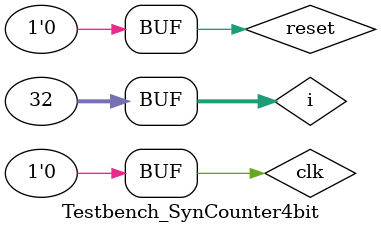
<source format=v>
`timescale 1ns / 1ps


module Testbench_SynCounter4bit;

	// Inputs
	reg clk;
	reg reset;

	// Outputs
	wire [3:0] q;

	// Instantiate the Unit Under Test (UUT)
	SynCounter4bit uut (
		.clk(clk), 
		.reset(reset), 
		.q(q)
	);
	
	integer i;

	initial begin
		// Initialize Inputs
		clk = 0;
		reset = 0;
		#100;
		reset = 1;
		#100;
		reset = 0;
		// Wait 100 ns for global reset to finish
		#100;
        
		// Add stimulus here
		for (i=0;i<32;i=i+1)
			#10 clk = ~clk;
	end
      
endmodule


</source>
